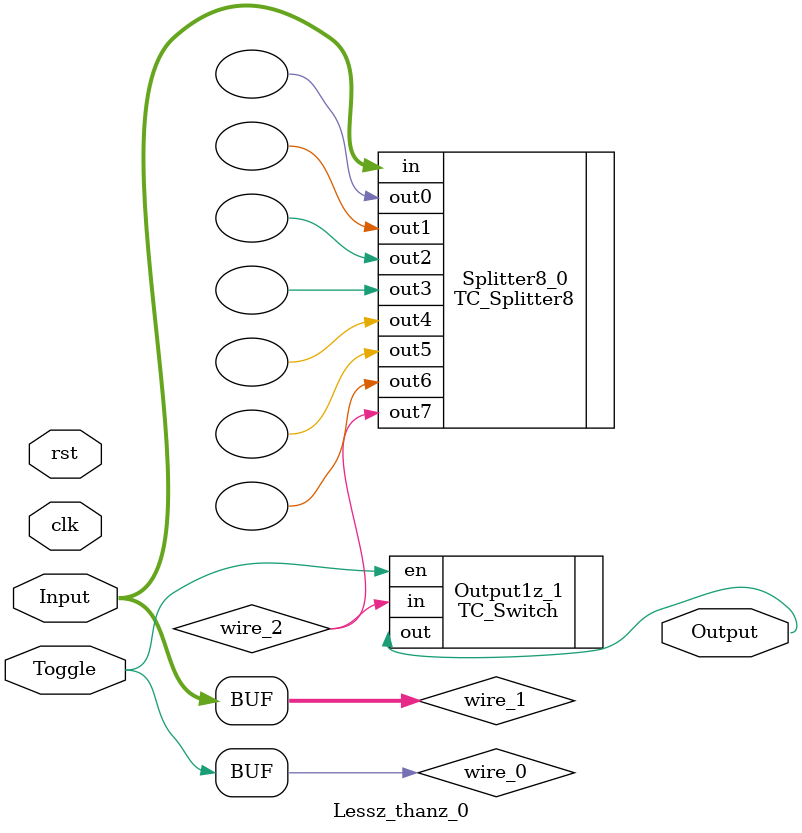
<source format=v>
module Lessz_thanz_0 (clk, rst, Input, Toggle, Output);
  parameter UUID = 0;
  parameter NAME = "";
  input wire clk;
  input wire rst;

  input  wire [7:0] Input;
  input  wire [0:0] Toggle;
  output  wire [0:0] Output;

  TC_Splitter8 # (.UUID(64'd4216036029452352899 ^ UUID)) Splitter8_0 (.in(wire_1), .out0(), .out1(), .out2(), .out3(), .out4(), .out5(), .out6(), .out7(wire_2));
  TC_Switch # (.UUID(64'd1390240969987792718 ^ UUID), .BIT_WIDTH(64'd1)) Output1z_1 (.en(wire_0), .in(wire_2), .out(Output));

  wire [0:0] wire_0;
  assign wire_0 = Toggle;
  wire [7:0] wire_1;
  assign wire_1 = Input;
  wire [0:0] wire_2;

endmodule

</source>
